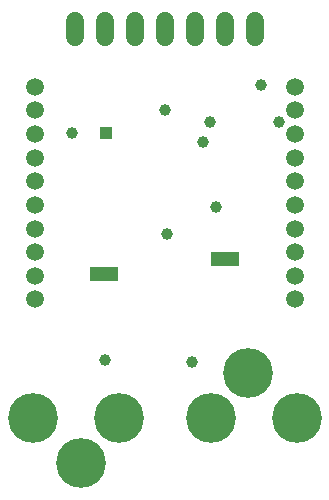
<source format=gbs>
G75*
G70*
%OFA0B0*%
%FSLAX24Y24*%
%IPPOS*%
%LPD*%
%AMOC8*
5,1,8,0,0,1.08239X$1,22.5*
%
%ADD10C,0.0595*%
%ADD11C,0.1660*%
%ADD12C,0.0600*%
%ADD13C,0.0390*%
%ADD14R,0.0476X0.0476*%
%ADD15R,0.0390X0.0390*%
D10*
X003175Y006677D03*
X003175Y007465D03*
X003175Y008252D03*
X003175Y009040D03*
X003175Y009827D03*
X003175Y010614D03*
X003175Y011402D03*
X003175Y012189D03*
X003175Y012977D03*
X003175Y013764D03*
X011836Y013764D03*
X011836Y012977D03*
X011836Y012189D03*
X011836Y011402D03*
X011836Y010614D03*
X011836Y009827D03*
X011836Y009040D03*
X011836Y008252D03*
X011836Y007465D03*
X011836Y006677D03*
D11*
X003107Y002711D03*
X004718Y001220D03*
X005969Y002721D03*
X009042Y002721D03*
X010293Y004222D03*
X011904Y002731D03*
D12*
X010526Y015441D02*
X010526Y015961D01*
X009526Y015961D02*
X009526Y015441D01*
X008526Y015441D02*
X008526Y015961D01*
X007526Y015961D02*
X007526Y015441D01*
X006526Y015441D02*
X006526Y015961D01*
X005526Y015961D02*
X005526Y015441D01*
X004526Y015441D02*
X004526Y015961D01*
D13*
X004406Y012221D03*
X007526Y013001D03*
X008786Y011921D03*
X009026Y012581D03*
X010706Y013841D03*
X011306Y012581D03*
X009206Y009761D03*
X007586Y008861D03*
X005506Y004661D03*
X008426Y004601D03*
D14*
X009266Y008021D03*
X009746Y008021D03*
X005726Y007541D03*
X005246Y007541D03*
D15*
X005546Y012221D03*
M02*

</source>
